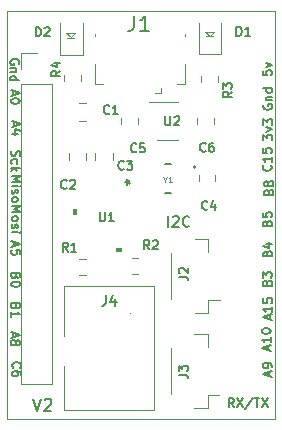
<source format=gbr>
G04 #@! TF.GenerationSoftware,KiCad,Pcbnew,(5.1.5)-3*
G04 #@! TF.CreationDate,2021-10-23T21:46:58-05:00*
G04 #@! TF.ProjectId,STM32QFN28Breakout,53544d33-3251-4464-9e32-38427265616b,rev?*
G04 #@! TF.SameCoordinates,Original*
G04 #@! TF.FileFunction,Legend,Top*
G04 #@! TF.FilePolarity,Positive*
%FSLAX46Y46*%
G04 Gerber Fmt 4.6, Leading zero omitted, Abs format (unit mm)*
G04 Created by KiCad (PCBNEW (5.1.5)-3) date 2021-10-23 21:46:58*
%MOMM*%
%LPD*%
G04 APERTURE LIST*
%ADD10C,0.120000*%
%ADD11C,0.150000*%
%ADD12C,0.127000*%
%ADD13C,0.050000*%
%ADD14C,0.152400*%
%ADD15C,0.100000*%
%ADD16C,0.200000*%
%ADD17C,0.139700*%
%ADD18C,0.120132*%
G04 APERTURE END LIST*
D10*
X205727300Y-78270100D02*
X206438500Y-78270100D01*
X205752700Y-78663800D02*
X206387700Y-78663800D01*
X206438500Y-78270100D02*
X206108300Y-78625700D01*
X206108300Y-78625700D02*
X205714600Y-78270100D01*
X217512900Y-78549500D02*
X218147900Y-78549500D01*
X217868500Y-78511400D02*
X217474800Y-78155800D01*
X218198700Y-78155800D02*
X217868500Y-78511400D01*
X217487500Y-78155800D02*
X218198700Y-78155800D01*
D11*
X202923876Y-109231180D02*
X203257209Y-110231180D01*
X203590542Y-109231180D01*
X203876257Y-109326419D02*
X203923876Y-109278800D01*
X204019114Y-109231180D01*
X204257209Y-109231180D01*
X204352447Y-109278800D01*
X204400066Y-109326419D01*
X204447685Y-109421657D01*
X204447685Y-109516895D01*
X204400066Y-109659752D01*
X203828638Y-110231180D01*
X204447685Y-110231180D01*
D12*
X201698860Y-80896822D02*
X201735145Y-80824251D01*
X201735145Y-80715394D01*
X201698860Y-80606537D01*
X201626288Y-80533965D01*
X201553717Y-80497680D01*
X201408574Y-80461394D01*
X201299717Y-80461394D01*
X201154574Y-80497680D01*
X201082002Y-80533965D01*
X201009431Y-80606537D01*
X200973145Y-80715394D01*
X200973145Y-80787965D01*
X201009431Y-80896822D01*
X201045717Y-80933108D01*
X201299717Y-80933108D01*
X201299717Y-80787965D01*
X201481145Y-81259680D02*
X200973145Y-81259680D01*
X201408574Y-81259680D02*
X201444860Y-81295965D01*
X201481145Y-81368537D01*
X201481145Y-81477394D01*
X201444860Y-81549965D01*
X201372288Y-81586251D01*
X200973145Y-81586251D01*
X200973145Y-82275680D02*
X201735145Y-82275680D01*
X201009431Y-82275680D02*
X200973145Y-82203108D01*
X200973145Y-82057965D01*
X201009431Y-81985394D01*
X201045717Y-81949108D01*
X201118288Y-81912822D01*
X201336002Y-81912822D01*
X201408574Y-81949108D01*
X201444860Y-81985394D01*
X201481145Y-82057965D01*
X201481145Y-82203108D01*
X201444860Y-82275680D01*
X201236580Y-83146174D02*
X201236580Y-83509031D01*
X201018865Y-83073602D02*
X201780865Y-83327602D01*
X201018865Y-83581602D01*
X201780865Y-83980745D02*
X201780865Y-84053317D01*
X201744580Y-84125888D01*
X201708294Y-84162174D01*
X201635722Y-84198460D01*
X201490580Y-84234745D01*
X201309151Y-84234745D01*
X201164008Y-84198460D01*
X201091437Y-84162174D01*
X201055151Y-84125888D01*
X201018865Y-84053317D01*
X201018865Y-83980745D01*
X201055151Y-83908174D01*
X201091437Y-83871888D01*
X201164008Y-83835602D01*
X201309151Y-83799317D01*
X201490580Y-83799317D01*
X201635722Y-83835602D01*
X201708294Y-83871888D01*
X201744580Y-83908174D01*
X201780865Y-83980745D01*
X201302620Y-85757294D02*
X201302620Y-86120151D01*
X201084905Y-85684722D02*
X201846905Y-85938722D01*
X201084905Y-86192722D01*
X201592905Y-86773294D02*
X201084905Y-86773294D01*
X201883191Y-86591865D02*
X201338905Y-86410437D01*
X201338905Y-86882151D01*
X201100871Y-88230165D02*
X201064585Y-88339022D01*
X201064585Y-88520451D01*
X201100871Y-88593022D01*
X201137157Y-88629308D01*
X201209728Y-88665594D01*
X201282300Y-88665594D01*
X201354871Y-88629308D01*
X201391157Y-88593022D01*
X201427442Y-88520451D01*
X201463728Y-88375308D01*
X201500014Y-88302737D01*
X201536300Y-88266451D01*
X201608871Y-88230165D01*
X201681442Y-88230165D01*
X201754014Y-88266451D01*
X201790300Y-88302737D01*
X201826585Y-88375308D01*
X201826585Y-88556737D01*
X201790300Y-88665594D01*
X201100871Y-89318737D02*
X201064585Y-89246165D01*
X201064585Y-89101022D01*
X201100871Y-89028451D01*
X201137157Y-88992165D01*
X201209728Y-88955880D01*
X201427442Y-88955880D01*
X201500014Y-88992165D01*
X201536300Y-89028451D01*
X201572585Y-89101022D01*
X201572585Y-89246165D01*
X201536300Y-89318737D01*
X201064585Y-89645308D02*
X201826585Y-89645308D01*
X201354871Y-89717880D02*
X201064585Y-89935594D01*
X201572585Y-89935594D02*
X201282300Y-89645308D01*
X201084905Y-90333648D02*
X201846905Y-90333648D01*
X201302620Y-90587648D01*
X201846905Y-90841648D01*
X201084905Y-90841648D01*
X201084905Y-91204505D02*
X201592905Y-91204505D01*
X201846905Y-91204505D02*
X201810620Y-91168220D01*
X201774334Y-91204505D01*
X201810620Y-91240791D01*
X201846905Y-91204505D01*
X201774334Y-91204505D01*
X201121191Y-91531077D02*
X201084905Y-91603648D01*
X201084905Y-91748791D01*
X201121191Y-91821362D01*
X201193762Y-91857648D01*
X201230048Y-91857648D01*
X201302620Y-91821362D01*
X201338905Y-91748791D01*
X201338905Y-91639934D01*
X201375191Y-91567362D01*
X201447762Y-91531077D01*
X201484048Y-91531077D01*
X201556620Y-91567362D01*
X201592905Y-91639934D01*
X201592905Y-91748791D01*
X201556620Y-91821362D01*
X201084905Y-92293077D02*
X201121191Y-92220505D01*
X201157477Y-92184220D01*
X201230048Y-92147934D01*
X201447762Y-92147934D01*
X201520334Y-92184220D01*
X201556620Y-92220505D01*
X201592905Y-92293077D01*
X201592905Y-92401934D01*
X201556620Y-92474505D01*
X201520334Y-92510791D01*
X201447762Y-92547077D01*
X201230048Y-92547077D01*
X201157477Y-92510791D01*
X201121191Y-92474505D01*
X201084905Y-92401934D01*
X201084905Y-92293077D01*
X201107765Y-92937148D02*
X201869765Y-92937148D01*
X201325480Y-93191148D01*
X201869765Y-93445148D01*
X201107765Y-93445148D01*
X201107765Y-93916862D02*
X201144051Y-93844291D01*
X201180337Y-93808005D01*
X201252908Y-93771720D01*
X201470622Y-93771720D01*
X201543194Y-93808005D01*
X201579480Y-93844291D01*
X201615765Y-93916862D01*
X201615765Y-94025720D01*
X201579480Y-94098291D01*
X201543194Y-94134577D01*
X201470622Y-94170862D01*
X201252908Y-94170862D01*
X201180337Y-94134577D01*
X201144051Y-94098291D01*
X201107765Y-94025720D01*
X201107765Y-93916862D01*
X201144051Y-94461148D02*
X201107765Y-94533720D01*
X201107765Y-94678862D01*
X201144051Y-94751434D01*
X201216622Y-94787720D01*
X201252908Y-94787720D01*
X201325480Y-94751434D01*
X201361765Y-94678862D01*
X201361765Y-94570005D01*
X201398051Y-94497434D01*
X201470622Y-94461148D01*
X201506908Y-94461148D01*
X201579480Y-94497434D01*
X201615765Y-94570005D01*
X201615765Y-94678862D01*
X201579480Y-94751434D01*
X201107765Y-95114291D02*
X201615765Y-95114291D01*
X201869765Y-95114291D02*
X201833480Y-95078005D01*
X201797194Y-95114291D01*
X201833480Y-95150577D01*
X201869765Y-95114291D01*
X201797194Y-95114291D01*
X201282300Y-95947774D02*
X201282300Y-96310631D01*
X201064585Y-95875202D02*
X201826585Y-96129202D01*
X201064585Y-96383202D01*
X201826585Y-97000060D02*
X201826585Y-96637202D01*
X201463728Y-96600917D01*
X201500014Y-96637202D01*
X201536300Y-96709774D01*
X201536300Y-96891202D01*
X201500014Y-96963774D01*
X201463728Y-97000060D01*
X201391157Y-97036345D01*
X201209728Y-97036345D01*
X201137157Y-97000060D01*
X201100871Y-96963774D01*
X201064585Y-96891202D01*
X201064585Y-96709774D01*
X201100871Y-96637202D01*
X201137157Y-96600917D01*
X201440868Y-98832851D02*
X201404582Y-98941708D01*
X201368297Y-98977994D01*
X201295725Y-99014280D01*
X201186868Y-99014280D01*
X201114297Y-98977994D01*
X201078011Y-98941708D01*
X201041725Y-98869137D01*
X201041725Y-98578851D01*
X201803725Y-98578851D01*
X201803725Y-98832851D01*
X201767440Y-98905422D01*
X201731154Y-98941708D01*
X201658582Y-98977994D01*
X201586011Y-98977994D01*
X201513440Y-98941708D01*
X201477154Y-98905422D01*
X201440868Y-98832851D01*
X201440868Y-98578851D01*
X201803725Y-99485994D02*
X201803725Y-99558565D01*
X201767440Y-99631137D01*
X201731154Y-99667422D01*
X201658582Y-99703708D01*
X201513440Y-99739994D01*
X201332011Y-99739994D01*
X201186868Y-99703708D01*
X201114297Y-99667422D01*
X201078011Y-99631137D01*
X201041725Y-99558565D01*
X201041725Y-99485994D01*
X201078011Y-99413422D01*
X201114297Y-99377137D01*
X201186868Y-99340851D01*
X201332011Y-99304565D01*
X201513440Y-99304565D01*
X201658582Y-99340851D01*
X201731154Y-99377137D01*
X201767440Y-99413422D01*
X201803725Y-99485994D01*
X201453568Y-101390631D02*
X201417282Y-101499488D01*
X201380997Y-101535774D01*
X201308425Y-101572060D01*
X201199568Y-101572060D01*
X201126997Y-101535774D01*
X201090711Y-101499488D01*
X201054425Y-101426917D01*
X201054425Y-101136631D01*
X201816425Y-101136631D01*
X201816425Y-101390631D01*
X201780140Y-101463202D01*
X201743854Y-101499488D01*
X201671282Y-101535774D01*
X201598711Y-101535774D01*
X201526140Y-101499488D01*
X201489854Y-101463202D01*
X201453568Y-101390631D01*
X201453568Y-101136631D01*
X201054425Y-102297774D02*
X201054425Y-101862345D01*
X201054425Y-102080060D02*
X201816425Y-102080060D01*
X201707568Y-102007488D01*
X201634997Y-101934917D01*
X201598711Y-101862345D01*
X201216260Y-103608414D02*
X201216260Y-103971271D01*
X200998545Y-103535842D02*
X201760545Y-103789842D01*
X200998545Y-104043842D01*
X201433974Y-104406700D02*
X201470260Y-104334128D01*
X201506545Y-104297842D01*
X201579117Y-104261557D01*
X201615402Y-104261557D01*
X201687974Y-104297842D01*
X201724260Y-104334128D01*
X201760545Y-104406700D01*
X201760545Y-104551842D01*
X201724260Y-104624414D01*
X201687974Y-104660700D01*
X201615402Y-104696985D01*
X201579117Y-104696985D01*
X201506545Y-104660700D01*
X201470260Y-104624414D01*
X201433974Y-104551842D01*
X201433974Y-104406700D01*
X201397688Y-104334128D01*
X201361402Y-104297842D01*
X201288831Y-104261557D01*
X201143688Y-104261557D01*
X201071117Y-104297842D01*
X201034831Y-104334128D01*
X200998545Y-104406700D01*
X200998545Y-104551842D01*
X201034831Y-104624414D01*
X201071117Y-104660700D01*
X201143688Y-104696985D01*
X201288831Y-104696985D01*
X201361402Y-104660700D01*
X201397688Y-104624414D01*
X201433974Y-104551842D01*
X201203197Y-106591100D02*
X201166911Y-106554814D01*
X201130625Y-106445957D01*
X201130625Y-106373385D01*
X201166911Y-106264528D01*
X201239482Y-106191957D01*
X201312054Y-106155671D01*
X201457197Y-106119385D01*
X201566054Y-106119385D01*
X201711197Y-106155671D01*
X201783768Y-106191957D01*
X201856340Y-106264528D01*
X201892625Y-106373385D01*
X201892625Y-106445957D01*
X201856340Y-106554814D01*
X201820054Y-106591100D01*
X201892625Y-107244242D02*
X201892625Y-107099100D01*
X201856340Y-107026528D01*
X201820054Y-106990242D01*
X201711197Y-106917671D01*
X201566054Y-106881385D01*
X201275768Y-106881385D01*
X201203197Y-106917671D01*
X201166911Y-106953957D01*
X201130625Y-107026528D01*
X201130625Y-107171671D01*
X201166911Y-107244242D01*
X201203197Y-107280528D01*
X201275768Y-107316814D01*
X201457197Y-107316814D01*
X201529768Y-107280528D01*
X201566054Y-107244242D01*
X201602340Y-107171671D01*
X201602340Y-107026528D01*
X201566054Y-106953957D01*
X201529768Y-106917671D01*
X201457197Y-106881385D01*
X222892620Y-107264925D02*
X222892620Y-106902068D01*
X223110334Y-107337497D02*
X222348334Y-107083497D01*
X223110334Y-106829497D01*
X223110334Y-106539211D02*
X223110334Y-106394068D01*
X223074048Y-106321497D01*
X223037762Y-106285211D01*
X222928905Y-106212640D01*
X222783762Y-106176354D01*
X222493477Y-106176354D01*
X222420905Y-106212640D01*
X222384620Y-106248925D01*
X222348334Y-106321497D01*
X222348334Y-106466640D01*
X222384620Y-106539211D01*
X222420905Y-106575497D01*
X222493477Y-106611782D01*
X222674905Y-106611782D01*
X222747477Y-106575497D01*
X222783762Y-106539211D01*
X222820048Y-106466640D01*
X222820048Y-106321497D01*
X222783762Y-106248925D01*
X222747477Y-106212640D01*
X222674905Y-106176354D01*
X222796100Y-105085242D02*
X222796100Y-104722385D01*
X223013814Y-105157814D02*
X222251814Y-104903814D01*
X223013814Y-104649814D01*
X223013814Y-103996671D02*
X223013814Y-104432100D01*
X223013814Y-104214385D02*
X222251814Y-104214385D01*
X222360671Y-104286957D01*
X222433242Y-104359528D01*
X222469528Y-104432100D01*
X222251814Y-103524957D02*
X222251814Y-103452385D01*
X222288100Y-103379814D01*
X222324385Y-103343528D01*
X222396957Y-103307242D01*
X222542100Y-103270957D01*
X222723528Y-103270957D01*
X222868671Y-103307242D01*
X222941242Y-103343528D01*
X222977528Y-103379814D01*
X223013814Y-103452385D01*
X223013814Y-103524957D01*
X222977528Y-103597528D01*
X222941242Y-103633814D01*
X222868671Y-103670100D01*
X222723528Y-103706385D01*
X222542100Y-103706385D01*
X222396957Y-103670100D01*
X222324385Y-103633814D01*
X222288100Y-103597528D01*
X222251814Y-103524957D01*
X222925640Y-102509682D02*
X222925640Y-102146825D01*
X223143354Y-102582254D02*
X222381354Y-102328254D01*
X223143354Y-102074254D01*
X223143354Y-101421111D02*
X223143354Y-101856540D01*
X223143354Y-101638825D02*
X222381354Y-101638825D01*
X222490211Y-101711397D01*
X222562782Y-101783968D01*
X222599068Y-101856540D01*
X222381354Y-100731682D02*
X222381354Y-101094540D01*
X222744211Y-101130825D01*
X222707925Y-101094540D01*
X222671640Y-101021968D01*
X222671640Y-100840540D01*
X222707925Y-100767968D01*
X222744211Y-100731682D01*
X222816782Y-100695397D01*
X222998211Y-100695397D01*
X223070782Y-100731682D01*
X223107068Y-100767968D01*
X223143354Y-100840540D01*
X223143354Y-101021968D01*
X223107068Y-101094540D01*
X223070782Y-101130825D01*
X222716271Y-99391288D02*
X222752557Y-99282431D01*
X222788842Y-99246145D01*
X222861414Y-99209860D01*
X222970271Y-99209860D01*
X223042842Y-99246145D01*
X223079128Y-99282431D01*
X223115414Y-99355002D01*
X223115414Y-99645288D01*
X222353414Y-99645288D01*
X222353414Y-99391288D01*
X222389700Y-99318717D01*
X222425985Y-99282431D01*
X222498557Y-99246145D01*
X222571128Y-99246145D01*
X222643700Y-99282431D01*
X222679985Y-99318717D01*
X222716271Y-99391288D01*
X222716271Y-99645288D01*
X222353414Y-98955860D02*
X222353414Y-98484145D01*
X222643700Y-98738145D01*
X222643700Y-98629288D01*
X222679985Y-98556717D01*
X222716271Y-98520431D01*
X222788842Y-98484145D01*
X222970271Y-98484145D01*
X223042842Y-98520431D01*
X223079128Y-98556717D01*
X223115414Y-98629288D01*
X223115414Y-98847002D01*
X223079128Y-98919574D01*
X223042842Y-98955860D01*
X222744211Y-96914788D02*
X222780497Y-96805931D01*
X222816782Y-96769645D01*
X222889354Y-96733360D01*
X222998211Y-96733360D01*
X223070782Y-96769645D01*
X223107068Y-96805931D01*
X223143354Y-96878502D01*
X223143354Y-97168788D01*
X222381354Y-97168788D01*
X222381354Y-96914788D01*
X222417640Y-96842217D01*
X222453925Y-96805931D01*
X222526497Y-96769645D01*
X222599068Y-96769645D01*
X222671640Y-96805931D01*
X222707925Y-96842217D01*
X222744211Y-96914788D01*
X222744211Y-97168788D01*
X222635354Y-96080217D02*
X223143354Y-96080217D01*
X222345068Y-96261645D02*
X222889354Y-96443074D01*
X222889354Y-95971360D01*
X222716271Y-94334148D02*
X222752557Y-94225291D01*
X222788842Y-94189005D01*
X222861414Y-94152720D01*
X222970271Y-94152720D01*
X223042842Y-94189005D01*
X223079128Y-94225291D01*
X223115414Y-94297862D01*
X223115414Y-94588148D01*
X222353414Y-94588148D01*
X222353414Y-94334148D01*
X222389700Y-94261577D01*
X222425985Y-94225291D01*
X222498557Y-94189005D01*
X222571128Y-94189005D01*
X222643700Y-94225291D01*
X222679985Y-94261577D01*
X222716271Y-94334148D01*
X222716271Y-94588148D01*
X222353414Y-93463291D02*
X222353414Y-93826148D01*
X222716271Y-93862434D01*
X222679985Y-93826148D01*
X222643700Y-93753577D01*
X222643700Y-93572148D01*
X222679985Y-93499577D01*
X222716271Y-93463291D01*
X222788842Y-93427005D01*
X222970271Y-93427005D01*
X223042842Y-93463291D01*
X223079128Y-93499577D01*
X223115414Y-93572148D01*
X223115414Y-93753577D01*
X223079128Y-93826148D01*
X223042842Y-93862434D01*
X222853431Y-91700168D02*
X222889717Y-91591311D01*
X222926002Y-91555025D01*
X222998574Y-91518740D01*
X223107431Y-91518740D01*
X223180002Y-91555025D01*
X223216288Y-91591311D01*
X223252574Y-91663882D01*
X223252574Y-91954168D01*
X222490574Y-91954168D01*
X222490574Y-91700168D01*
X222526860Y-91627597D01*
X222563145Y-91591311D01*
X222635717Y-91555025D01*
X222708288Y-91555025D01*
X222780860Y-91591311D01*
X222817145Y-91627597D01*
X222853431Y-91700168D01*
X222853431Y-91954168D01*
X222817145Y-91083311D02*
X222780860Y-91155882D01*
X222744574Y-91192168D01*
X222672002Y-91228454D01*
X222635717Y-91228454D01*
X222563145Y-91192168D01*
X222526860Y-91155882D01*
X222490574Y-91083311D01*
X222490574Y-90938168D01*
X222526860Y-90865597D01*
X222563145Y-90829311D01*
X222635717Y-90793025D01*
X222672002Y-90793025D01*
X222744574Y-90829311D01*
X222780860Y-90865597D01*
X222817145Y-90938168D01*
X222817145Y-91083311D01*
X222853431Y-91155882D01*
X222889717Y-91192168D01*
X222962288Y-91228454D01*
X223107431Y-91228454D01*
X223180002Y-91192168D01*
X223216288Y-91155882D01*
X223252574Y-91083311D01*
X223252574Y-90938168D01*
X223216288Y-90865597D01*
X223180002Y-90829311D01*
X223107431Y-90793025D01*
X222962288Y-90793025D01*
X222889717Y-90829311D01*
X222853431Y-90865597D01*
X222817145Y-90938168D01*
X223022522Y-89440657D02*
X223058808Y-89476942D01*
X223095094Y-89585800D01*
X223095094Y-89658371D01*
X223058808Y-89767228D01*
X222986237Y-89839800D01*
X222913665Y-89876085D01*
X222768522Y-89912371D01*
X222659665Y-89912371D01*
X222514522Y-89876085D01*
X222441951Y-89839800D01*
X222369380Y-89767228D01*
X222333094Y-89658371D01*
X222333094Y-89585800D01*
X222369380Y-89476942D01*
X222405665Y-89440657D01*
X223095094Y-88714942D02*
X223095094Y-89150371D01*
X223095094Y-88932657D02*
X222333094Y-88932657D01*
X222441951Y-89005228D01*
X222514522Y-89077800D01*
X222550808Y-89150371D01*
X222333094Y-88025514D02*
X222333094Y-88388371D01*
X222695951Y-88424657D01*
X222659665Y-88388371D01*
X222623380Y-88315800D01*
X222623380Y-88134371D01*
X222659665Y-88061800D01*
X222695951Y-88025514D01*
X222768522Y-87989228D01*
X222949951Y-87989228D01*
X223022522Y-88025514D01*
X223058808Y-88061800D01*
X223095094Y-88134371D01*
X223095094Y-88315800D01*
X223058808Y-88388371D01*
X223022522Y-88424657D01*
X222401674Y-87323022D02*
X222401674Y-86851308D01*
X222691960Y-87105308D01*
X222691960Y-86996451D01*
X222728245Y-86923880D01*
X222764531Y-86887594D01*
X222837102Y-86851308D01*
X223018531Y-86851308D01*
X223091102Y-86887594D01*
X223127388Y-86923880D01*
X223163674Y-86996451D01*
X223163674Y-87214165D01*
X223127388Y-87286737D01*
X223091102Y-87323022D01*
X222655674Y-86597308D02*
X223163674Y-86415880D01*
X222655674Y-86234451D01*
X222401674Y-86016737D02*
X222401674Y-85545022D01*
X222691960Y-85799022D01*
X222691960Y-85690165D01*
X222728245Y-85617594D01*
X222764531Y-85581308D01*
X222837102Y-85545022D01*
X223018531Y-85545022D01*
X223091102Y-85581308D01*
X223127388Y-85617594D01*
X223163674Y-85690165D01*
X223163674Y-85907880D01*
X223127388Y-85980451D01*
X223091102Y-86016737D01*
X222415100Y-84325097D02*
X222378814Y-84397668D01*
X222378814Y-84506525D01*
X222415100Y-84615382D01*
X222487671Y-84687954D01*
X222560242Y-84724240D01*
X222705385Y-84760525D01*
X222814242Y-84760525D01*
X222959385Y-84724240D01*
X223031957Y-84687954D01*
X223104528Y-84615382D01*
X223140814Y-84506525D01*
X223140814Y-84433954D01*
X223104528Y-84325097D01*
X223068242Y-84288811D01*
X222814242Y-84288811D01*
X222814242Y-84433954D01*
X222632814Y-83962240D02*
X223140814Y-83962240D01*
X222705385Y-83962240D02*
X222669100Y-83925954D01*
X222632814Y-83853382D01*
X222632814Y-83744525D01*
X222669100Y-83671954D01*
X222741671Y-83635668D01*
X223140814Y-83635668D01*
X223140814Y-82946240D02*
X222378814Y-82946240D01*
X223104528Y-82946240D02*
X223140814Y-83018811D01*
X223140814Y-83163954D01*
X223104528Y-83236525D01*
X223068242Y-83272811D01*
X222995671Y-83309097D01*
X222777957Y-83309097D01*
X222705385Y-83272811D01*
X222669100Y-83236525D01*
X222632814Y-83163954D01*
X222632814Y-83018811D01*
X222669100Y-82946240D01*
X222355954Y-81452357D02*
X222355954Y-81815214D01*
X222718811Y-81851500D01*
X222682525Y-81815214D01*
X222646240Y-81742642D01*
X222646240Y-81561214D01*
X222682525Y-81488642D01*
X222718811Y-81452357D01*
X222791382Y-81416071D01*
X222972811Y-81416071D01*
X223045382Y-81452357D01*
X223081668Y-81488642D01*
X223117954Y-81561214D01*
X223117954Y-81742642D01*
X223081668Y-81815214D01*
X223045382Y-81851500D01*
X222609954Y-81162071D02*
X223117954Y-80980642D01*
X222609954Y-80799214D01*
X219887074Y-109945714D02*
X219633074Y-109582857D01*
X219451645Y-109945714D02*
X219451645Y-109183714D01*
X219741931Y-109183714D01*
X219814502Y-109220000D01*
X219850788Y-109256285D01*
X219887074Y-109328857D01*
X219887074Y-109437714D01*
X219850788Y-109510285D01*
X219814502Y-109546571D01*
X219741931Y-109582857D01*
X219451645Y-109582857D01*
X220141074Y-109183714D02*
X220649074Y-109945714D01*
X220649074Y-109183714D02*
X220141074Y-109945714D01*
X221483645Y-109147428D02*
X220830502Y-110127142D01*
X221628788Y-109183714D02*
X222064217Y-109183714D01*
X221846502Y-109945714D02*
X221846502Y-109183714D01*
X222245645Y-109183714D02*
X222753645Y-109945714D01*
X222753645Y-109183714D02*
X222245645Y-109945714D01*
D13*
X200693020Y-76370180D02*
X200693020Y-110929420D01*
X223405700Y-76377800D02*
X200693020Y-76370180D01*
X223405700Y-110975140D02*
X223405700Y-76377800D01*
X200693020Y-110929420D02*
X223405700Y-110975140D01*
D14*
X214359066Y-94648866D02*
X214359066Y-93759866D01*
X214740066Y-93844533D02*
X214782400Y-93802200D01*
X214867066Y-93759866D01*
X215078733Y-93759866D01*
X215163400Y-93802200D01*
X215205733Y-93844533D01*
X215248066Y-93929200D01*
X215248066Y-94013866D01*
X215205733Y-94140866D01*
X214697733Y-94648866D01*
X215248066Y-94648866D01*
X216137066Y-94564200D02*
X216094733Y-94606533D01*
X215967733Y-94648866D01*
X215883066Y-94648866D01*
X215756066Y-94606533D01*
X215671400Y-94521866D01*
X215629066Y-94437200D01*
X215586733Y-94267866D01*
X215586733Y-94140866D01*
X215629066Y-93971533D01*
X215671400Y-93886866D01*
X215756066Y-93802200D01*
X215883066Y-93759866D01*
X215967733Y-93759866D01*
X216094733Y-93802200D01*
X216137066Y-93844533D01*
D10*
X213697600Y-83309000D02*
X213697600Y-82919000D01*
X213697600Y-83309000D02*
X213247600Y-83309000D01*
X208127600Y-82609000D02*
X208777600Y-82609000D01*
X208127600Y-80879000D02*
X208127600Y-82609000D01*
X215747600Y-78309000D02*
X215747600Y-78519000D01*
X208127600Y-78309000D02*
X208127600Y-78519000D01*
X215747600Y-80879000D02*
X215747600Y-82609000D01*
X215747600Y-82609000D02*
X215087600Y-82609000D01*
X201870000Y-79950000D02*
X203200000Y-79950000D01*
X201870000Y-81280000D02*
X201870000Y-79950000D01*
X201870000Y-82550000D02*
X204530000Y-82550000D01*
X204530000Y-82550000D02*
X204530000Y-108010000D01*
X201870000Y-82550000D02*
X201870000Y-108010000D01*
X201870000Y-108010000D02*
X204530000Y-108010000D01*
D15*
G36*
X206524606Y-93167200D02*
G01*
X206270606Y-93167200D01*
X206270606Y-93548200D01*
X206524606Y-93548200D01*
X206524606Y-93167200D01*
G37*
X206524606Y-93167200D02*
X206270606Y-93167200D01*
X206270606Y-93548200D01*
X206524606Y-93548200D01*
X206524606Y-93167200D01*
G36*
X210314540Y-96710754D02*
G01*
X209933540Y-96710754D01*
X209933540Y-96456754D01*
X210314540Y-96456754D01*
X210314540Y-96710754D01*
G37*
X210314540Y-96710754D02*
X209933540Y-96710754D01*
X209933540Y-96456754D01*
X210314540Y-96456754D01*
X210314540Y-96710754D01*
D10*
X207344912Y-84220380D02*
X206822408Y-84220380D01*
X207344912Y-85690380D02*
X206822408Y-85690380D01*
X207417340Y-88970752D02*
X207417340Y-88448248D01*
X205947340Y-88970752D02*
X205947340Y-88448248D01*
X209632220Y-88448248D02*
X209632220Y-88970752D01*
X208162220Y-88448248D02*
X208162220Y-88970752D01*
X211127040Y-101931160D02*
X211127040Y-101996160D01*
X205552040Y-110166160D02*
X213172040Y-110166160D01*
X205552040Y-99666160D02*
X213172040Y-99666160D01*
X213172040Y-99666160D02*
X213172040Y-110166160D01*
X205552040Y-110166160D02*
X205552040Y-106436160D01*
X205552040Y-99666160D02*
X205552040Y-103896160D01*
X216566120Y-101949020D02*
X217716120Y-101949020D01*
X217716120Y-101949020D02*
X217716120Y-100899020D01*
X217716120Y-100899020D02*
X218706120Y-100899020D01*
X216566120Y-95729020D02*
X217716120Y-95729020D01*
X217716120Y-95729020D02*
X217716120Y-96779020D01*
X214596120Y-100779020D02*
X214596120Y-96899020D01*
X214563100Y-108807960D02*
X214563100Y-104927960D01*
X217683100Y-103757960D02*
X217683100Y-104807960D01*
X216533100Y-103757960D02*
X217683100Y-103757960D01*
X217683100Y-108927960D02*
X218673100Y-108927960D01*
X217683100Y-109977960D02*
X217683100Y-108927960D01*
X216533100Y-109977960D02*
X217683100Y-109977960D01*
X218337200Y-90249242D02*
X218337200Y-90766398D01*
X216917200Y-90249242D02*
X216917200Y-90766398D01*
D16*
X216669720Y-89590020D02*
G75*
G03X216669720Y-89590020I-100000J0D01*
G01*
D12*
X214544720Y-89334020D02*
X214044720Y-89334020D01*
X214544720Y-91834020D02*
X214044720Y-91834020D01*
D10*
X210374160Y-85983578D02*
X210374160Y-85466422D01*
X211794160Y-85983578D02*
X211794160Y-85466422D01*
X218210200Y-85960718D02*
X218210200Y-85443562D01*
X216790200Y-85960718D02*
X216790200Y-85443562D01*
X218828500Y-80074480D02*
X218828500Y-77389480D01*
X216908500Y-80074480D02*
X218828500Y-80074480D01*
X216908500Y-77389480D02*
X216908500Y-80074480D01*
X205173700Y-77427580D02*
X205173700Y-80112580D01*
X205173700Y-80112580D02*
X207093700Y-80112580D01*
X207093700Y-80112580D02*
X207093700Y-77427580D01*
X207342238Y-97364480D02*
X206825082Y-97364480D01*
X207342238Y-98784480D02*
X206825082Y-98784480D01*
X211812638Y-98693040D02*
X211295482Y-98693040D01*
X211812638Y-97273040D02*
X211295482Y-97273040D01*
X217135640Y-82412338D02*
X217135640Y-81895182D01*
X218555640Y-82412338D02*
X218555640Y-81895182D01*
X205497360Y-81811362D02*
X205497360Y-82328518D01*
X206917360Y-81811362D02*
X206917360Y-82328518D01*
X213364240Y-87317220D02*
X215164240Y-87317220D01*
X215164240Y-84097220D02*
X212714240Y-84097220D01*
D11*
X211438066Y-76825323D02*
X211438066Y-77732466D01*
X211377590Y-77913895D01*
X211256638Y-78034847D01*
X211075209Y-78095323D01*
X210954257Y-78095323D01*
X212708066Y-78095323D02*
X211982352Y-78095323D01*
X212345209Y-78095323D02*
X212345209Y-76825323D01*
X212224257Y-77006752D01*
X212103304Y-77127704D01*
X211982352Y-77188180D01*
D12*
X208542708Y-93440794D02*
X208542708Y-94057651D01*
X208578994Y-94130222D01*
X208615280Y-94166508D01*
X208687851Y-94202794D01*
X208832994Y-94202794D01*
X208905565Y-94166508D01*
X208941851Y-94130222D01*
X208978137Y-94057651D01*
X208978137Y-93440794D01*
X209740137Y-94202794D02*
X209304708Y-94202794D01*
X209522422Y-94202794D02*
X209522422Y-93440794D01*
X209449851Y-93549651D01*
X209377280Y-93622222D01*
X209304708Y-93658508D01*
D11*
X210707990Y-90878406D02*
X210946086Y-90878406D01*
X210850848Y-91116501D02*
X210946086Y-90878406D01*
X210850848Y-90640310D01*
X211136562Y-91021263D02*
X210946086Y-90878406D01*
X211136562Y-90735548D01*
X210707990Y-90878406D02*
X210946086Y-90878406D01*
X210850848Y-91116501D02*
X210946086Y-90878406D01*
X210850848Y-90640310D01*
X211136562Y-91021263D02*
X210946086Y-90878406D01*
X211136562Y-90735548D01*
D12*
X209364580Y-85044642D02*
X209328294Y-85080928D01*
X209219437Y-85117214D01*
X209146865Y-85117214D01*
X209038008Y-85080928D01*
X208965437Y-85008357D01*
X208929151Y-84935785D01*
X208892865Y-84790642D01*
X208892865Y-84681785D01*
X208929151Y-84536642D01*
X208965437Y-84464071D01*
X209038008Y-84391500D01*
X209146865Y-84355214D01*
X209219437Y-84355214D01*
X209328294Y-84391500D01*
X209364580Y-84427785D01*
X210090294Y-85117214D02*
X209654865Y-85117214D01*
X209872580Y-85117214D02*
X209872580Y-84355214D01*
X209800008Y-84464071D01*
X209727437Y-84536642D01*
X209654865Y-84572928D01*
X205734920Y-91376862D02*
X205698634Y-91413148D01*
X205589777Y-91449434D01*
X205517205Y-91449434D01*
X205408348Y-91413148D01*
X205335777Y-91340577D01*
X205299491Y-91268005D01*
X205263205Y-91122862D01*
X205263205Y-91014005D01*
X205299491Y-90868862D01*
X205335777Y-90796291D01*
X205408348Y-90723720D01*
X205517205Y-90687434D01*
X205589777Y-90687434D01*
X205698634Y-90723720D01*
X205734920Y-90760005D01*
X206025205Y-90760005D02*
X206061491Y-90723720D01*
X206134062Y-90687434D01*
X206315491Y-90687434D01*
X206388062Y-90723720D01*
X206424348Y-90760005D01*
X206460634Y-90832577D01*
X206460634Y-90905148D01*
X206424348Y-91014005D01*
X205988920Y-91449434D01*
X206460634Y-91449434D01*
X210581240Y-89761422D02*
X210544954Y-89797708D01*
X210436097Y-89833994D01*
X210363525Y-89833994D01*
X210254668Y-89797708D01*
X210182097Y-89725137D01*
X210145811Y-89652565D01*
X210109525Y-89507422D01*
X210109525Y-89398565D01*
X210145811Y-89253422D01*
X210182097Y-89180851D01*
X210254668Y-89108280D01*
X210363525Y-89071994D01*
X210436097Y-89071994D01*
X210544954Y-89108280D01*
X210581240Y-89144565D01*
X210835240Y-89071994D02*
X211306954Y-89071994D01*
X211052954Y-89362280D01*
X211161811Y-89362280D01*
X211234382Y-89398565D01*
X211270668Y-89434851D01*
X211306954Y-89507422D01*
X211306954Y-89688851D01*
X211270668Y-89761422D01*
X211234382Y-89797708D01*
X211161811Y-89833994D01*
X210944097Y-89833994D01*
X210871525Y-89797708D01*
X210835240Y-89761422D01*
D17*
X209065706Y-100444326D02*
X209065706Y-101079326D01*
X209023373Y-101206326D01*
X208938706Y-101290993D01*
X208811706Y-101333326D01*
X208727040Y-101333326D01*
X209870040Y-100740660D02*
X209870040Y-101333326D01*
X209658373Y-100401993D02*
X209446706Y-101036993D01*
X209997040Y-101036993D01*
D12*
X215228714Y-98905060D02*
X215773000Y-98905060D01*
X215881857Y-98941345D01*
X215954428Y-99013917D01*
X215990714Y-99122774D01*
X215990714Y-99195345D01*
X215301285Y-98578488D02*
X215265000Y-98542202D01*
X215228714Y-98469631D01*
X215228714Y-98288202D01*
X215265000Y-98215631D01*
X215301285Y-98179345D01*
X215373857Y-98143060D01*
X215446428Y-98143060D01*
X215555285Y-98179345D01*
X215990714Y-98614774D01*
X215990714Y-98143060D01*
X215228714Y-107175300D02*
X215773000Y-107175300D01*
X215881857Y-107211585D01*
X215954428Y-107284157D01*
X215990714Y-107393014D01*
X215990714Y-107465585D01*
X215228714Y-106885014D02*
X215228714Y-106413300D01*
X215519000Y-106667300D01*
X215519000Y-106558442D01*
X215555285Y-106485871D01*
X215591571Y-106449585D01*
X215664142Y-106413300D01*
X215845571Y-106413300D01*
X215918142Y-106449585D01*
X215954428Y-106485871D01*
X215990714Y-106558442D01*
X215990714Y-106776157D01*
X215954428Y-106848728D01*
X215918142Y-106885014D01*
D11*
X217660220Y-93147242D02*
X217623934Y-93183528D01*
X217515077Y-93219814D01*
X217442505Y-93219814D01*
X217333648Y-93183528D01*
X217261077Y-93110957D01*
X217224791Y-93038385D01*
X217188505Y-92893242D01*
X217188505Y-92784385D01*
X217224791Y-92639242D01*
X217261077Y-92566671D01*
X217333648Y-92494100D01*
X217442505Y-92457814D01*
X217515077Y-92457814D01*
X217623934Y-92494100D01*
X217660220Y-92530385D01*
X218313362Y-92711814D02*
X218313362Y-93219814D01*
X218131934Y-92421528D02*
X217950505Y-92965814D01*
X218422220Y-92965814D01*
D18*
X214076057Y-90661478D02*
X214076057Y-90890301D01*
X213915881Y-90409774D02*
X214076057Y-90661478D01*
X214236233Y-90409774D01*
X214648113Y-90890301D02*
X214373526Y-90890301D01*
X214510820Y-90890301D02*
X214510820Y-90409774D01*
X214465055Y-90478420D01*
X214419291Y-90524185D01*
X214373526Y-90547067D01*
D11*
D12*
X211642960Y-88280602D02*
X211606674Y-88316888D01*
X211497817Y-88353174D01*
X211425245Y-88353174D01*
X211316388Y-88316888D01*
X211243817Y-88244317D01*
X211207531Y-88171745D01*
X211171245Y-88026602D01*
X211171245Y-87917745D01*
X211207531Y-87772602D01*
X211243817Y-87700031D01*
X211316388Y-87627460D01*
X211425245Y-87591174D01*
X211497817Y-87591174D01*
X211606674Y-87627460D01*
X211642960Y-87663745D01*
X212332388Y-87591174D02*
X211969531Y-87591174D01*
X211933245Y-87954031D01*
X211969531Y-87917745D01*
X212042102Y-87881460D01*
X212223531Y-87881460D01*
X212296102Y-87917745D01*
X212332388Y-87954031D01*
X212368674Y-88026602D01*
X212368674Y-88208031D01*
X212332388Y-88280602D01*
X212296102Y-88316888D01*
X212223531Y-88353174D01*
X212042102Y-88353174D01*
X211969531Y-88316888D01*
X211933245Y-88280602D01*
X217505280Y-88234882D02*
X217468994Y-88271168D01*
X217360137Y-88307454D01*
X217287565Y-88307454D01*
X217178708Y-88271168D01*
X217106137Y-88198597D01*
X217069851Y-88126025D01*
X217033565Y-87980882D01*
X217033565Y-87872025D01*
X217069851Y-87726882D01*
X217106137Y-87654311D01*
X217178708Y-87581740D01*
X217287565Y-87545454D01*
X217360137Y-87545454D01*
X217468994Y-87581740D01*
X217505280Y-87618025D01*
X218158422Y-87545454D02*
X218013280Y-87545454D01*
X217940708Y-87581740D01*
X217904422Y-87618025D01*
X217831851Y-87726882D01*
X217795565Y-87872025D01*
X217795565Y-88162311D01*
X217831851Y-88234882D01*
X217868137Y-88271168D01*
X217940708Y-88307454D01*
X218085851Y-88307454D01*
X218158422Y-88271168D01*
X218194708Y-88234882D01*
X218230994Y-88162311D01*
X218230994Y-87980882D01*
X218194708Y-87908311D01*
X218158422Y-87872025D01*
X218085851Y-87835740D01*
X217940708Y-87835740D01*
X217868137Y-87872025D01*
X217831851Y-87908311D01*
X217795565Y-87980882D01*
X220117851Y-78490354D02*
X220117851Y-77728354D01*
X220299280Y-77728354D01*
X220408137Y-77764640D01*
X220480708Y-77837211D01*
X220516994Y-77909782D01*
X220553280Y-78054925D01*
X220553280Y-78163782D01*
X220516994Y-78308925D01*
X220480708Y-78381497D01*
X220408137Y-78454068D01*
X220299280Y-78490354D01*
X220117851Y-78490354D01*
X221278994Y-78490354D02*
X220843565Y-78490354D01*
X221061280Y-78490354D02*
X221061280Y-77728354D01*
X220988708Y-77837211D01*
X220916137Y-77909782D01*
X220843565Y-77946068D01*
X203137951Y-78536074D02*
X203137951Y-77774074D01*
X203319380Y-77774074D01*
X203428237Y-77810360D01*
X203500808Y-77882931D01*
X203537094Y-77955502D01*
X203573380Y-78100645D01*
X203573380Y-78209502D01*
X203537094Y-78354645D01*
X203500808Y-78427217D01*
X203428237Y-78499788D01*
X203319380Y-78536074D01*
X203137951Y-78536074D01*
X203863665Y-77846645D02*
X203899951Y-77810360D01*
X203972522Y-77774074D01*
X204153951Y-77774074D01*
X204226522Y-77810360D01*
X204262808Y-77846645D01*
X204299094Y-77919217D01*
X204299094Y-77991788D01*
X204262808Y-78100645D01*
X203827380Y-78536074D01*
X204299094Y-78536074D01*
X205846680Y-96763114D02*
X205592680Y-96400257D01*
X205411251Y-96763114D02*
X205411251Y-96001114D01*
X205701537Y-96001114D01*
X205774108Y-96037400D01*
X205810394Y-96073685D01*
X205846680Y-96146257D01*
X205846680Y-96255114D01*
X205810394Y-96327685D01*
X205774108Y-96363971D01*
X205701537Y-96400257D01*
X205411251Y-96400257D01*
X206572394Y-96763114D02*
X206136965Y-96763114D01*
X206354680Y-96763114D02*
X206354680Y-96001114D01*
X206282108Y-96109971D01*
X206209537Y-96182542D01*
X206136965Y-96218828D01*
X212750400Y-96580234D02*
X212496400Y-96217377D01*
X212314971Y-96580234D02*
X212314971Y-95818234D01*
X212605257Y-95818234D01*
X212677828Y-95854520D01*
X212714114Y-95890805D01*
X212750400Y-95963377D01*
X212750400Y-96072234D01*
X212714114Y-96144805D01*
X212677828Y-96181091D01*
X212605257Y-96217377D01*
X212314971Y-96217377D01*
X213040685Y-95890805D02*
X213076971Y-95854520D01*
X213149542Y-95818234D01*
X213330971Y-95818234D01*
X213403542Y-95854520D01*
X213439828Y-95890805D01*
X213476114Y-95963377D01*
X213476114Y-96035948D01*
X213439828Y-96144805D01*
X213004400Y-96580234D01*
X213476114Y-96580234D01*
X219724514Y-83215480D02*
X219361657Y-83469480D01*
X219724514Y-83650908D02*
X218962514Y-83650908D01*
X218962514Y-83360622D01*
X218998800Y-83288051D01*
X219035085Y-83251765D01*
X219107657Y-83215480D01*
X219216514Y-83215480D01*
X219289085Y-83251765D01*
X219325371Y-83288051D01*
X219361657Y-83360622D01*
X219361657Y-83650908D01*
X218962514Y-82961480D02*
X218962514Y-82489765D01*
X219252800Y-82743765D01*
X219252800Y-82634908D01*
X219289085Y-82562337D01*
X219325371Y-82526051D01*
X219397942Y-82489765D01*
X219579371Y-82489765D01*
X219651942Y-82526051D01*
X219688228Y-82562337D01*
X219724514Y-82634908D01*
X219724514Y-82852622D01*
X219688228Y-82925194D01*
X219651942Y-82961480D01*
X205203334Y-81452720D02*
X204840477Y-81706720D01*
X205203334Y-81888148D02*
X204441334Y-81888148D01*
X204441334Y-81597862D01*
X204477620Y-81525291D01*
X204513905Y-81489005D01*
X204586477Y-81452720D01*
X204695334Y-81452720D01*
X204767905Y-81489005D01*
X204804191Y-81525291D01*
X204840477Y-81597862D01*
X204840477Y-81888148D01*
X204695334Y-80799577D02*
X205203334Y-80799577D01*
X204405048Y-80981005D02*
X204949334Y-81162434D01*
X204949334Y-80690720D01*
X214087528Y-85305174D02*
X214087528Y-85922031D01*
X214123814Y-85994602D01*
X214160100Y-86030888D01*
X214232671Y-86067174D01*
X214377814Y-86067174D01*
X214450385Y-86030888D01*
X214486671Y-85994602D01*
X214522957Y-85922031D01*
X214522957Y-85305174D01*
X214849528Y-85377745D02*
X214885814Y-85341460D01*
X214958385Y-85305174D01*
X215139814Y-85305174D01*
X215212385Y-85341460D01*
X215248671Y-85377745D01*
X215284957Y-85450317D01*
X215284957Y-85522888D01*
X215248671Y-85631745D01*
X214813242Y-86067174D01*
X215284957Y-86067174D01*
M02*

</source>
